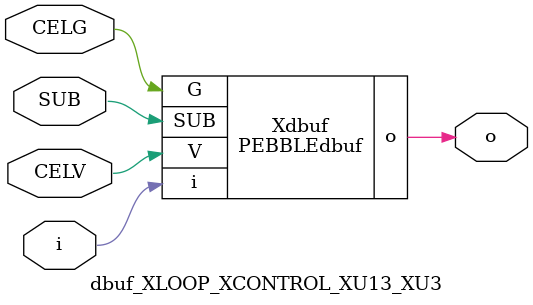
<source format=v>



module PEBBLEdbuf ( o, G, SUB, V, i );

  input V;
  input i;
  input G;
  output o;
  input SUB;
endmodule

//Celera Confidential Do Not Copy dbuf_XLOOP_XCONTROL_XU13_XU3
//Celera Confidential Symbol Generator
//Digital Buffer
module dbuf_XLOOP_XCONTROL_XU13_XU3 (CELV,CELG,i,o,SUB);
input CELV;
input CELG;
input i;
input SUB;
output o;

//Celera Confidential Do Not Copy dbuf
PEBBLEdbuf Xdbuf(
.V (CELV),
.i (i),
.o (o),
.SUB (SUB),
.G (CELG)
);
//,diesize,PEBBLEdbuf

//Celera Confidential Do Not Copy Module End
//Celera Schematic Generator
endmodule

</source>
